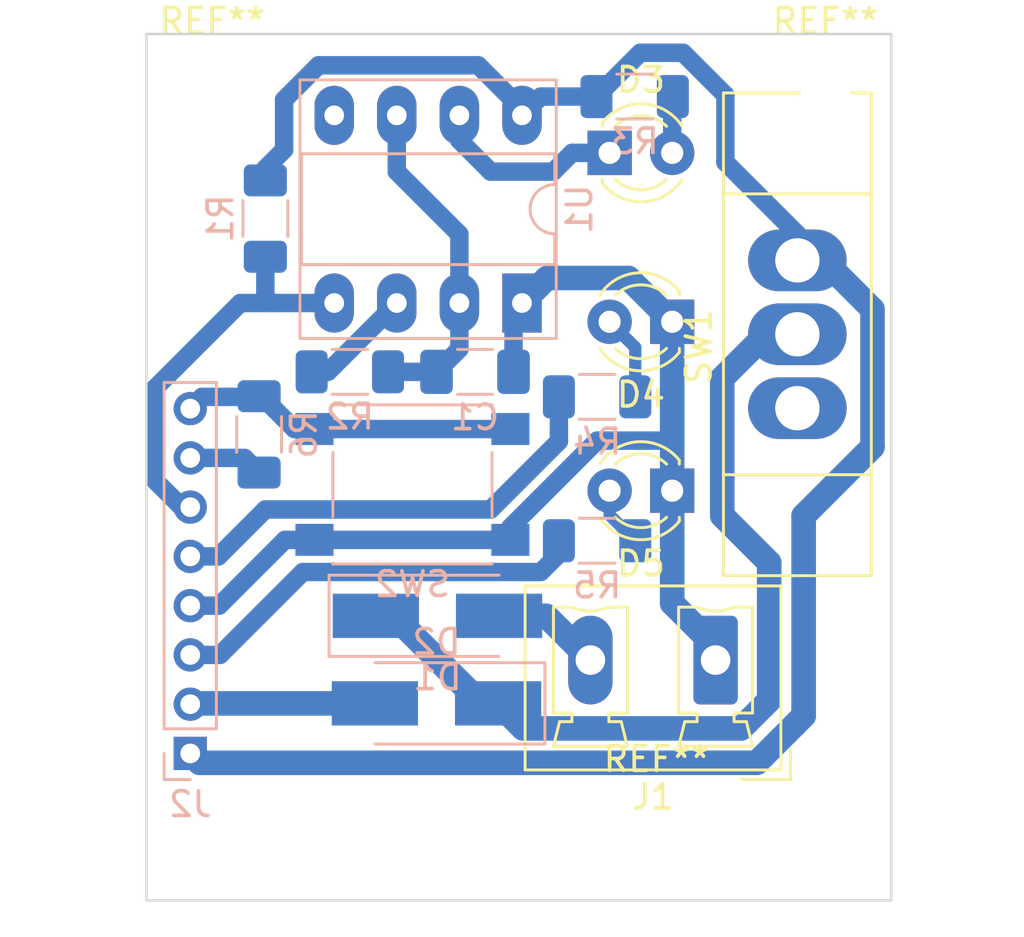
<source format=kicad_pcb>
(kicad_pcb (version 20211014) (generator pcbnew)
  (layers (0 "F.Cu" signal) (31 "B.Cu" signal) (34 "B.Paste" user) (35 "F.Paste" user) (36 "B.SilkS" user "B.Silkscreen") (37 "F.SilkS" user "F.Silkscreen") (38 "B.Mask" user) (39 "F.Mask" user) (44 "Edge.Cuts" user))
  (net 0 "")
  (net 1 "Net-(C1-Pad1)")
  (net 2 "GND")
  (net 3 "Net-(D1-Pad1)")
  (net 4 "Net-(D1-Pad2)")
  (net 5 "/Batt+")
  (net 6 "/DIS")
  (net 7 "Net-(D3-Pad2)")
  (net 8 "Net-(D4-Pad2)")
  (net 9 "Net-(D5-Pad2)")
  (net 10 "+12V")
  (net 11 "/Boot_LED")
  (net 12 "/GPS_LED")
  (net 13 "/Network_LED")
  (net 14 "Net-(R2-Pad1)")
  (net 17 "Net-(J2-Pad7)")
  (net 18 "Net-(J2-Pad8)")
  (footprint "LED_THT:LED_D3.0mm" (layer "F.Cu") (at 185.42 87.122 180)
    (fp_text reference "D5" (at 1.27 -2.96 180) (layer "F.SilkS"))
    (fp_text value "Network_LED")
    (fp_line (start -0.29 -1.236) (end -0.29 -1.08) (layer "F.SilkS") (width 0.12))
    (fp_line (start -0.29 1.08) (end -0.29 1.236) (layer "F.SilkS") (width 0.12))
    (fp_arc (start -0.29 -1.235516) (mid 1.366487 -1.987659) (end 2.942335 -1.078608) (layer "F.SilkS") (width 0.12))
    (fp_arc (start 2.942335 1.078608) (mid 1.366487 1.987659) (end -0.29 1.235516) (layer "F.SilkS") (width 0.12))
    (fp_arc (start 2.31113 1.079837) (mid 1.270117 1.5) (end 0.229039 1.08) (layer "F.SilkS") (width 0.12))
    (fp_arc (start 0.229039 -1.08) (mid 1.270117 -1.5) (end 2.31113 -1.079837) (layer "F.SilkS") (width 0.12))
    (pad "1" thru_hole rect (at 0 0 180) (size 1.8 1.8) (drill 0.9) (layers *.Cu *.Mask) (net 2 "GND"))
    (pad "2" thru_hole circle (at 2.54 0 180) (size 1.8 1.8) (drill 0.9) (layers *.Cu *.Mask) (net 9 "Net-(D5-Pad2)"))
  )
  (footprint "MountingHole:MountingHole_2.1mm" (layer "F.Cu") (at 191.643 71.247)
    (fp_text reference "REF**" (at 0 -3.2) (layer "F.SilkS"))
    (fp_text value "MountingHole_2.1mm")
    (pad "" np_thru_hole circle (at 0 0) (size 2.1 2.1) (drill 2.1) (layers *.Cu *.Mask))
  )
  (footprint "MountingHole:MountingHole_2.1mm" (layer "F.Cu") (at 166.751 71.247)
    (fp_text reference "REF**" (at 0 -3.2) (layer "F.SilkS"))
    (fp_text value "MountingHole_2.1mm")
    (pad "" np_thru_hole circle (at 0 0) (size 2.1 2.1) (drill 2.1) (layers *.Cu *.Mask))
  )
  (footprint "MountingHole:MountingHole_2.1mm" (layer "F.Cu") (at 184.785 101.219)
    (fp_text reference "REF**" (at 0 -3.2) (layer "F.SilkS"))
    (fp_text value "MountingHole_2.1mm")
    (pad "" np_thru_hole circle (at 0 0) (size 2.1 2.1) (drill 2.1) (layers *.Cu *.Mask))
  )
  (footprint "footprints:slide_switch" (layer "F.Cu") (at 190.5 80.772 90)
    (property "Reference" "SW1")
    (property "Value" "Ein/Aus")
    (fp_text reference "SW1" (at -0.5 -4 90) (layer "F.SilkS"))
    (fp_text value "Ein/Aus")
    (fp_line (start -9.8 3) (end -9.8 -3) (layer "F.SilkS") (width 0.12))
    (fp_line (start 9.8 -3) (end 9.8 3) (layer "F.SilkS") (width 0.12))
    (fp_line (start 5.7 -3) (end 5.7 3) (layer "F.SilkS") (width 0.12))
    (fp_line (start 9.8 3) (end -9.8 3) (layer "F.SilkS") (width 0.12))
    (fp_line (start -5.7 -3) (end -5.7 3) (layer "F.SilkS") (width 0.12))
    (fp_line (start -9.8 -3) (end 9.8 -3) (layer "F.SilkS") (width 0.12))
    (pad "1" thru_hole oval (at -3 0 90) (size 2.5 4) (drill 1.8) (layers *.Cu *.Mask))
    (pad "2" thru_hole oval (at 0 0 90) (size 2.5 4) (drill 1.8) (layers *.Cu *.Mask) (net 3 "Net-(D1-Pad1)"))
    (pad "3" thru_hole oval (at 3 0 90) (size 2.5 4) (drill 1.8) (layers *.Cu *.Mask) (net 10 "+12V"))
  )
  (footprint "LED_THT:LED_D3.0mm" (layer "F.Cu") (at 185.42 80.264 180)
    (property "Reference" "D4")
    (property "Value" "GPS_LED")
    (fp_text reference "D4" (at 1.27 -2.96 180) (layer "F.SilkS"))
    (fp_text value "GPS_LED")
    (fp_line (start -0.29 -1.236) (end -0.29 -1.08) (layer "F.SilkS") (width 0.12))
    (fp_line (start -0.29 1.08) (end -0.29 1.236) (layer "F.SilkS") (width 0.12))
    (fp_arc (start -0.29 -1.235516) (mid 1.366487 -1.987659) (end 2.942335 -1.078608) (layer "F.SilkS") (width 0.12))
    (fp_arc (start 2.31113 1.079837) (mid 1.270117 1.5) (end 0.229039 1.08) (layer "F.SilkS") (width 0.12))
    (fp_arc (start 2.942335 1.078608) (mid 1.366487 1.987659) (end -0.29 1.235516) (layer "F.SilkS") (width 0.12))
    (fp_arc (start 0.229039 -1.08) (mid 1.270117 -1.5) (end 2.31113 -1.079837) (layer "F.SilkS") (width 0.12))
    (pad "1" thru_hole rect (at 0 0 180) (size 1.8 1.8) (drill 0.9) (layers *.Cu *.Mask) (net 2 "GND"))
    (pad "2" thru_hole circle (at 2.54 0 180) (size 1.8 1.8) (drill 0.9) (layers *.Cu *.Mask) (net 8 "Net-(D4-Pad2)"))
  )
  (footprint "LED_THT:LED_D3.0mm" (layer "F.Cu") (at 182.88 73.406)
    (fp_text reference "D3" (at 1.27 -2.96) (layer "F.SilkS"))
    (fp_text value "Boot_LED")
    (fp_line (start -0.29 -1.236) (end -0.29 -1.08) (layer "F.SilkS") (width 0.12))
    (fp_line (start -0.29 1.08) (end -0.29 1.236) (layer "F.SilkS") (width 0.12))
    (fp_arc (start -0.29 -1.235516) (mid 1.366487 -1.987659) (end 2.942335 -1.078608) (layer "F.SilkS") (width 0.12))
    (fp_arc (start 0.229039 -1.08) (mid 1.270117 -1.5) (end 2.31113 -1.079837) (layer "F.SilkS") (width 0.12))
    (fp_arc (start 2.942335 1.078608) (mid 1.366487 1.987659) (end -0.29 1.235516) (layer "F.SilkS") (width 0.12))
    (fp_arc (start 2.31113 1.079837) (mid 1.270117 1.5) (end 0.229039 1.08) (layer "F.SilkS") (width 0.12))
    (pad "1" thru_hole rect (at 0 0) (size 1.8 1.8) (drill 0.9) (layers *.Cu *.Mask) (net 6 "/DIS"))
    (pad "2" thru_hole circle (at 2.54 0) (size 1.8 1.8) (drill 0.9) (layers *.Cu *.Mask) (net 7 "Net-(D3-Pad2)"))
  )
  (footprint "Connector_Phoenix_MC_HighVoltage:PhoenixContact_MCV_1,5_2-G-5.08_1x02_P5.08mm_Vertical" (layer "F.Cu") (at 187.1805 93.9995 180)
    (property "Reference" "J1")
    (property "Value" "Power Supply")
    (fp_text reference "J1" (at 2.54 -5.55 180) (layer "F.SilkS"))
    (fp_text value "Power Supply")
    (fp_line (start -1.5 -3.5) (end 1.5 -3.5) (layer "F.SilkS") (width 0.12))
    (fp_line (start -0.75 2.15) (end -1.5 2.15) (layer "F.SilkS") (width 0.12))
    (fp_line (start 6.33 -2.5) (end 5.83 -2.5) (layer "F.SilkS") (width 0.12))
    (fp_line (start -3.04 -3.6) (end -3.04 -4.85) (layer "F.SilkS") (width 0.12))
    (fp_line (start 3.83 -2.5) (end 3.58 -3.5) (layer "F.SilkS") (width 0.12))
    (fp_line (start 1.25 -2.5) (end 0.75 -2.5) (layer "F.SilkS") (width 0.12))
    (fp_line (start -0.75 -2.5) (end -1.25 -2.5) (layer "F.SilkS") (width 0.12))
    (fp_line (start -0.75 -2.15) (end -0.75 -2.5) (layer "F.SilkS") (width 0.12))
    (fp_line (start 1.5 -3.5) (end 1.25 -2.5) (layer "F.SilkS") (width 0.12))
    (fp_line (start 0.75 -2.15) (end 1.5 -2.15) (layer "F.SilkS") (width 0.12))
    (fp_line (start 5.83 -2.15) (end 6.58 -2.15) (layer "F.SilkS") (width 0.12))
    (fp_line (start -1.5 -2.15) (end -0.75 -2.15) (layer "F.SilkS") (width 0.12))
    (fp_line (start 6.58 -3.5) (end 6.33 -2.5) (layer "F.SilkS") (width 0.12))
    (fp_line (start 3.58 2.15) (end 3.58 -2.15) (layer "F.SilkS") (width 0.12))
    (fp_line (start -3.04 -4.85) (end -1.04 -4.85) (layer "F.SilkS") (width 0.12))
    (fp_line (start -2.65 3.01) (end 7.73 3.01) (layer "F.SilkS") (width 0.12))
    (fp_line (start 3.58 -3.5) (end 6.58 -3.5) (layer "F.SilkS") (width 0.12))
    (fp_line (start 1.5 -2.15) (end 1.5 2.15) (layer "F.SilkS") (width 0.12))
    (fp_line (start -2.65 -4.46) (end -2.65 3.01) (layer "F.SilkS") (width 0.12))
    (fp_line (start 6.58 -2.15) (end 6.58 2.15) (layer "F.SilkS") (width 0.12))
    (fp_line (start 7.73 -4.46) (end -2.65 -4.46) (layer "F.SilkS") (width 0.12))
    (fp_line (start -1.25 -2.5) (end -1.5 -3.5) (layer "F.SilkS") (width 0.12))
    (fp_line (start 7.73 3.01) (end 7.73 -4.46) (layer "F.SilkS") (width 0.12))
    (fp_line (start 1.5 2.15) (end 0.75 2.15) (layer "F.SilkS") (width 0.12))
    (fp_line (start -1.5 2.15) (end -1.5 -2.15) (layer "F.SilkS") (width 0.12))
    (fp_line (start 6.58 2.15) (end 5.83 2.15) (layer "F.SilkS") (width 0.12))
    (fp_line (start 0.75 -2.5) (end 0.75 -2.15) (layer "F.SilkS") (width 0.12))
    (fp_line (start 4.33 -2.15) (end 4.33 -2.5) (layer "F.SilkS") (width 0.12))
    (fp_line (start 3.58 -2.15) (end 4.33 -2.15) (layer "F.SilkS") (width 0.12))
    (fp_line (start 4.33 -2.5) (end 3.83 -2.5) (layer "F.SilkS") (width 0.12))
    (fp_line (start 5.83 -2.5) (end 5.83 -2.15) (layer "F.SilkS") (width 0.12))
    (fp_line (start 4.33 2.15) (end 3.58 2.15) (layer "F.SilkS") (width 0.12))
    (fp_arc (start -0.75 2.15) (mid -0.000193 1.99191) (end 0.749647 2.149844) (layer "F.SilkS") (width 0.12))
    (fp_arc (start 4.33 2.15) (mid 5.079807 1.99191) (end 5.829647 2.149844) (layer "F.SilkS") (width 0.12))
    (pad "1" thru_hole roundrect (at 0 0 180) (size 1.8 3.6) (drill 1.2) (layers *.Cu *.Mask) (roundrect_rratio 0.1388888889) (net 2 "GND"))
    (pad "2" thru_hole oval (at 5.08 0 180) (size 1.8 3.6) (drill 1.2) (layers *.Cu *.Mask) (net 4 "Net-(D1-Pad2)"))
  )
  (footprint "Resistor_SMD:R_1206_3216Metric_Pad1.30x1.75mm_HandSolder" (layer "B.Cu") (at 172.339 82.296)
    (property "Reference" "R2")
    (property "Value" "68k")
    (fp_text reference "R2" (at 0 1.82 180) (layer "B.SilkS") (effects (justify mirror)))
    (fp_text value "68k")
    (fp_line (start -0.727064 -0.91) (end 0.727064 -0.91) (layer "B.SilkS") (width 0.12))
    (fp_line (start -0.727064 0.91) (end 0.727064 0.91) (layer "B.SilkS") (width 0.12))
    (pad "1" smd roundrect (at -1.55 0) (size 1.3 1.75) (layers "B.Cu" "B.Paste" "B.Mask") (roundrect_rratio 0.1923076923) (net 14 "Net-(R2-Pad1)"))
    (pad "2" smd roundrect (at 1.55 0) (size 1.3 1.75) (layers "B.Cu" "B.Paste" "B.Mask") (roundrect_rratio 0.1923076923) (net 1 "Net-(C1-Pad1)"))
  )
  (footprint "Diode_SMD:D_SMA_Handsoldering" (layer "B.Cu") (at 175.855 95.758 180)
    (property "Reference" "D2")
    (property "Value" "D_Schottky")
    (fp_text reference "D2" (at 0 2.5) (layer "B.SilkS") (effects (justify mirror)))
    (fp_text value "D_Schottky")
    (fp_line (start -4.4 1.65) (end 2.5 1.65) (layer "B.SilkS") (width 0.12))
    (fp_line (start -4.4 -1.65) (end 2.5 -1.65) (layer "B.SilkS") (width 0.12))
    (fp_line (start -4.4 1.65) (end -4.4 -1.65) (layer "B.SilkS") (width 0.12))
    (pad "1" smd rect (at -2.5 0 180) (size 3.5 1.8) (layers "B.Cu" "B.Paste" "B.Mask") (net 3 "Net-(D1-Pad1)"))
    (pad "2" smd rect (at 2.5 0 180) (size 3.5 1.8) (layers "B.Cu" "B.Paste" "B.Mask") (net 5 "/Batt+"))
  )
  (footprint "Package_DIP:DIP-8_W7.62mm_Socket_LongPads" (layer "B.Cu") (at 179.324 79.502 90)
    (property "Reference" "U1")
    (property "Value" "LM555xM")
    (fp_text reference "U1" (at 3.81 2.33 90) (layer "B.SilkS") (effects (justify mirror)))
    (fp_text value "LM555xM")
    (fp_line (start -1.44 1.39) (end -1.44 -9.01) (layer "B.SilkS") (width 0.12))
    (fp_line (start 6.06 1.33) (end 4.81 1.33) (layer "B.SilkS") (width 0.12))
    (fp_line (start 2.81 1.33) (end 1.56 1.33) (layer "B.SilkS") (width 0.12))
    (fp_line (start 1.56 1.33) (end 1.56 -8.95) (layer "B.SilkS") (width 0.12))
    (fp_line (start -1.44 -9.01) (end 9.06 -9.01) (layer "B.SilkS") (width 0.12))
    (fp_line (start 1.56 -8.95) (end 6.06 -8.95) (layer "B.SilkS") (width 0.12))
    (fp_line (start 9.06 1.39) (end -1.44 1.39) (layer "B.SilkS") (width 0.12))
    (fp_line (start 6.06 -8.95) (end 6.06 1.33) (layer "B.SilkS") (width 0.12))
    (fp_line (start 9.06 -9.01) (end 9.06 1.39) (layer "B.SilkS") (width 0.12))
    (fp_arc (start 2.81 1.33) (mid 3.81 0.33) (end 4.81 1.33) (layer "B.SilkS") (width 0.12))
    (pad "1" thru_hole rect (at 0 0 90) (size 2.4 1.6) (drill 0.8) (layers *.Cu *.Mask) (net 2 "GND"))
    (pad "2" thru_hole oval (at 0 -2.54 90) (size 2.4 1.6) (drill 0.8) (layers *.Cu *.Mask) (net 1 "Net-(C1-Pad1)"))
    (pad "3" thru_hole oval (at 0 -5.08 90) (size 2.4 1.6) (drill 0.8) (layers *.Cu *.Mask) (net 14 "Net-(R2-Pad1)"))
    (pad "4" thru_hole oval (at 0 -7.62 90) (size 2.4 1.6) (drill 0.8) (layers *.Cu *.Mask) (net 11 "/Boot_LED"))
    (pad "5" thru_hole oval (at 7.62 -7.62 90) (size 2.4 1.6) (drill 0.8) (layers *.Cu *.Mask))
    (pad "6" thru_hole oval (at 7.62 -5.08 90) (size 2.4 1.6) (drill 0.8) (layers *.Cu *.Mask) (net 1 "Net-(C1-Pad1)"))
    (pad "7" thru_hole oval (at 7.62 -2.54 90) (size 2.4 1.6) (drill 0.8) (layers *.Cu *.Mask) (net 6 "/DIS"))
    (pad "8" thru_hole oval (at 7.62 0 90) (size 2.4 1.6) (drill 0.8) (layers *.Cu *.Mask) (net 10 "+12V"))
  )
  (footprint "Capacitor_SMD:C_1206_3216Metric_Pad1.33x1.80mm_HandSolder" (layer "B.Cu") (at 177.419 82.296)
    (property "Reference" "C1")
    (property "Value" "10u")
    (fp_text reference "C1" (at 0 1.85 180) (layer "B.SilkS") (effects (justify mirror)))
    (fp_text value "10u")
    (fp_line (start -0.711252 -0.91) (end 0.711252 -0.91) (layer "B.SilkS") (width 0.12))
    (fp_line (start -0.711252 0.91) (end 0.711252 0.91) (layer "B.SilkS") (width 0.12))
    (pad "1" smd roundrect (at -1.5625 0) (size 1.325 1.8) (layers "B.Cu" "B.Paste" "B.Mask") (roundrect_rratio 0.1886792453) (net 1 "Net-(C1-Pad1)"))
    (pad "2" smd roundrect (at 1.5625 0) (size 1.325 1.8) (layers "B.Cu" "B.Paste" "B.Mask") (roundrect_rratio 0.1886792453) (net 2 "GND"))
  )
  (footprint "Resistor_SMD:R_1206_3216Metric_Pad1.30x1.75mm_HandSolder" (layer "B.Cu") (at 183.896 71.12)
    (fp_text reference "R3" (at 0 1.82 180) (layer "B.SilkS") (effects (justify mirror)))
    (fp_text value "820")
    (fp_line (start -0.727064 0.91) (end 0.727064 0.91) (layer "B.SilkS") (width 0.12))
    (fp_line (start -0.727064 -0.91) (end 0.727064 -0.91) (layer "B.SilkS") (width 0.12))
    (pad "1" smd roundrect (at -1.55 0) (size 1.3 1.75) (layers "B.Cu" "B.Paste" "B.Mask") (roundrect_rratio 0.1923076923) (net 10 "+12V"))
    (pad "2" smd roundrect (at 1.55 0) (size 1.3 1.75) (layers "B.Cu" "B.Paste" "B.Mask") (roundrect_rratio 0.1923076923) (net 7 "Net-(D3-Pad2)"))
  )
  (footprint "Resistor_SMD:R_1206_3216Metric_Pad1.30x1.75mm_HandSolder" (layer "B.Cu") (at 182.372 89.154)
    (fp_text reference "R5" (at 0 1.82) (layer "B.SilkS") (effects (justify mirror)))
    (fp_text value "220")
    (fp_line (start -0.727064 0.91) (end 0.727064 0.91) (layer "B.SilkS") (width 0.12))
    (fp_line (start -0.727064 -0.91) (end 0.727064 -0.91) (layer "B.SilkS") (width 0.12))
    (pad "1" smd roundrect (at -1.55 0) (size 1.3 1.75) (layers "B.Cu" "B.Paste" "B.Mask") (roundrect_rratio 0.1923076923) (net 13 "/Network_LED"))
    (pad "2" smd roundrect (at 1.55 0) (size 1.3 1.75) (layers "B.Cu" "B.Paste" "B.Mask") (roundrect_rratio 0.1923076923) (net 9 "Net-(D5-Pad2)"))
  )
  (footprint "Connector_PinHeader_2.00mm:PinHeader_1x08_P2.00mm_Vertical" (layer "B.Cu") (at 165.862 97.79)
    (fp_text reference "J2" (at 0 2.06 180) (layer "B.SilkS") (effects (justify mirror)))
    (fp_text value "Conn_01x08_Female")
    (fp_line (start -1.06 -1) (end 1.06 -1) (layer "B.SilkS") (width 0.12))
    (fp_line (start -1.06 0) (end -1.06 1.06) (layer "B.SilkS") (width 0.12))
    (fp_line (start -1.06 -15.06) (end 1.06 -15.06) (layer "B.SilkS") (width 0.12))
    (fp_line (start 1.06 -1) (end 1.06 -15.06) (layer "B.SilkS") (width 0.12))
    (fp_line (start -1.06 -1) (end -1.06 -15.06) (layer "B.SilkS") (width 0.12))
    (fp_line (start -1.06 1.06) (end 0 1.06) (layer "B.SilkS") (width 0.12))
    (pad "1" thru_hole rect (at 0 0) (size 1.35 1.35) (drill 0.8) (layers *.Cu *.Mask) (net 10 "+12V"))
    (pad "2" thru_hole oval (at 0 -2) (size 1.35 1.35) (drill 0.8) (layers *.Cu *.Mask) (net 5 "/Batt+"))
    (pad "3" thru_hole oval (at 0 -4) (size 1.35 1.35) (drill 0.8) (layers *.Cu *.Mask) (net 13 "/Network_LED"))
    (pad "4" thru_hole oval (at 0 -6) (size 1.35 1.35) (drill 0.8) (layers *.Cu *.Mask) (net 2 "GND"))
    (pad "5" thru_hole oval (at 0 -8) (size 1.35 1.35) (drill 0.8) (layers *.Cu *.Mask) (net 12 "/GPS_LED"))
    (pad "6" thru_hole oval (at 0 -10) (size 1.35 1.35) (drill 0.8) (layers *.Cu *.Mask) (net 11 "/Boot_LED"))
    (pad "7" thru_hole oval (at 0 -12) (size 1.35 1.35) (drill 0.8) (layers *.Cu *.Mask) (net 17 "Net-(J2-Pad7)"))
    (pad "8" thru_hole oval (at 0 -14) (size 1.35 1.35) (drill 0.8) (layers *.Cu *.Mask) (net 18 "Net-(J2-Pad8)"))
  )
  (footprint "Resistor_SMD:R_1206_3216Metric_Pad1.30x1.75mm_HandSolder" (layer "B.Cu") (at 168.91 76.073 -90)
    (fp_text reference "R1" (at 0 1.82 90) (layer "B.SilkS") (effects (justify mirror)))
    (fp_text value "10k")
    (fp_line (start -0.727064 0.91) (end 0.727064 0.91) (layer "B.SilkS") (width 0.12))
    (fp_line (start -0.727064 -0.91) (end 0.727064 -0.91) (layer "B.SilkS") (width 0.12))
    (pad "1" smd roundrect (at -1.55 0 270) (size 1.3 1.75) (layers "B.Cu" "B.Paste" "B.Mask") (roundrect_rratio 0.1923076923) (net 10 "+12V"))
    (pad "2" smd roundrect (at 1.55 0 270) (size 1.3 1.75) (layers "B.Cu" "B.Paste" "B.Mask") (roundrect_rratio 0.1923076923) (net 11 "/Boot_LED"))
  )
  (footprint "Button_Switch_SMD:SW_Push_1P1T_NO_6x6mm_H9.5mm" (layer "B.Cu") (at 174.879 86.868)
    (fp_text reference "SW2" (at 0 4.05) (layer "B.SilkS") (effects (justify mirror)))
    (fp_text value "Fallschirm schließen")
    (fp_line (start -3.23 1.3) (end -3.23 -1.3) (layer "B.SilkS") (width 0.12))
    (fp_line (start -3.23 3.2) (end -3.23 3.23) (layer "B.SilkS") (width 0.12))
    (fp_line (start -3.23 -3.23) (end -3.23 -3.2) (layer "B.SilkS") (width 0.12))
    (fp_line (start 3.23 1.3) (end 3.23 -1.3) (layer "B.SilkS") (width 0.12))
    (fp_line (start 3.23 3.23) (end 3.23 3.2) (layer "B.SilkS") (width 0.12))
    (fp_line (start 3.23 -3.23) (end 3.23 -3.2) (layer "B.SilkS") (width 0.12))
    (fp_line (start -3.23 -3.23) (end 3.23 -3.23) (layer "B.SilkS") (width 0.12))
    (fp_line (start -3.23 3.23) (end 3.23 3.23) (layer "B.SilkS") (width 0.12))
    (pad "1" smd rect (at -3.975 2.25) (size 1.55 1.3) (layers "B.Cu" "B.Paste" "B.Mask") (net 2 "GND"))
    (pad "1" smd rect (at 3.975 2.25) (size 1.55 1.3) (layers "B.Cu" "B.Paste" "B.Mask") (net 2 "GND"))
    (pad "2" smd rect (at -3.975 -2.25) (size 1.55 1.3) (layers "B.Cu" "B.Paste" "B.Mask") (net 18 "Net-(J2-Pad8)"))
    (pad "2" smd rect (at 3.975 -2.25) (size 1.55 1.3) (layers "B.Cu" "B.Paste" "B.Mask") (net 18 "Net-(J2-Pad8)"))
  )
  (footprint "Resistor_SMD:R_1206_3216Metric_Pad1.30x1.75mm_HandSolder" (layer "B.Cu") (at 168.656 84.836 90)
    (fp_text reference "R6" (at 0 1.82 270) (layer "B.SilkS") (effects (justify mirror)))
    (fp_text value "10k")
    (fp_line (start -0.727064 0.91) (end 0.727064 0.91) (layer "B.SilkS") (width 0.12))
    (fp_line (start -0.727064 -0.91) (end 0.727064 -0.91) (layer "B.SilkS") (width 0.12))
    (pad "1" smd roundrect (at -1.55 0 90) (size 1.3 1.75) (layers "B.Cu" "B.Paste" "B.Mask") (roundrect_rratio 0.1923076923) (net 17 "Net-(J2-Pad7)"))
    (pad "2" smd roundrect (at 1.55 0 90) (size 1.3 1.75) (layers "B.Cu" "B.Paste" "B.Mask") (roundrect_rratio 0.1923076923) (net 18 "Net-(J2-Pad8)"))
  )
  (footprint "Resistor_SMD:R_1206_3216Metric_Pad1.30x1.75mm_HandSolder" (layer "B.Cu") (at 182.372 83.312)
    (property "Reference" "R4")
    (property "Value" "680")
    (fp_text reference "R4" (at 0 1.82) (layer "B.SilkS") (effects (justify mirror)))
    (fp_text value "680")
    (fp_line (start -0.727064 0.91) (end 0.727064 0.91) (layer "B.SilkS") (width 0.12))
    (fp_line (start -0.727064 -0.91) (end 0.727064 -0.91) (layer "B.SilkS") (width 0.12))
    (pad "1" smd roundrect (at -1.55 0) (size 1.3 1.75) (layers "B.Cu" "B.Paste" "B.Mask") (roundrect_rratio 0.1923076923) (net 12 "/GPS_LED"))
    (pad "2" smd roundrect (at 1.55 0) (size 1.3 1.75) (layers "B.Cu" "B.Paste" "B.Mask") (roundrect_rratio 0.1923076923) (net 8 "Net-(D4-Pad2)"))
  )
  (footprint "Diode_SMD:D_SMA_Handsoldering" (layer "B.Cu") (at 175.895 92.202)
    (property "Reference" "D1")
    (property "Value" "D_Schottky")
    (fp_text reference "D1" (at 0 2.5) (layer "B.SilkS") (effects (justify mirror)))
    (fp_text value "D_Schottky")
    (fp_line (start -4.4 1.65) (end -4.4 -1.65) (layer "B.SilkS") (width 0.12))
    (fp_line (start -4.4 -1.65) (end 2.5 -1.65) (layer "B.SilkS") (width 0.12))
    (fp_line (start -4.4 1.65) (end 2.5 1.65) (layer "B.SilkS") (width 0.12))
    (pad "1" smd rect (at -2.5 0) (size 3.5 1.8) (layers "B.Cu" "B.Paste" "B.Mask") (net 3 "Net-(D1-Pad1)"))
    (pad "2" smd rect (at 2.5 0) (size 3.5 1.8) (layers "B.Cu" "B.Paste" "B.Mask") (net 4 "Net-(D1-Pad2)"))
  )
  (gr_rect (start 164.084 68.58) (end 194.31 103.759) (layer "Edge.Cuts") (width 0.1) (fill none))
  (segment (start 175.8565 82.296) (end 176.784 81.3685) (width 0.75) (layer "B.Cu") (net 1))
  (segment (start 176.784 81.3685) (end 176.784 79.502) (width 0.75) (layer "B.Cu") (net 1))
  (segment (start 176.784 76.708) (end 176.784 79.502) (width 0.75) (layer "B.Cu") (net 1))
  (segment (start 174.244 71.882) (end 174.244 74.168) (width 0.75) (layer "B.Cu") (net 1))
  (segment (start 174.244 74.168) (end 176.784 76.708) (width 0.75) (layer "B.Cu") (net 1))
  (segment (start 173.889 82.296) (end 175.8565 82.296) (width 0.75) (layer "B.Cu") (net 1))
  (segment (start 185.42 85.09) (end 185.42 87.122) (width 1) (layer "B.Cu") (net 2))
  (segment (start 178.9815 82.296) (end 178.9815 79.8445) (width 0.75) (layer "B.Cu") (net 2))
  (segment (start 169.708 89.118) (end 170.904 89.118) (width 0.75) (layer "B.Cu") (net 2))
  (segment (start 187.1805 93.4545) (end 185.42 91.694) (width 1) (layer "B.Cu") (net 2))
  (segment (start 178.854 88.608) (end 182.372 85.09) (width 0.75) (layer "B.Cu") (net 2))
  (segment (start 179.324 78.994) (end 179.324 79.502) (width 1) (layer "B.Cu") (net 2))
  (segment (start 178.854 89.118) (end 178.854 88.608) (width 0.75) (layer "B.Cu") (net 2))
  (segment (start 179.334 78.984) (end 179.324 78.994) (width 1) (layer "B.Cu") (net 2))
  (segment (start 185.42 90.932) (end 185.42 87.122) (width 1) (layer "B.Cu") (net 2))
  (segment (start 185.42 80.264) (end 185.42 85.09) (width 1) (layer "B.Cu") (net 2))
  (segment (start 178.9815 79.8445) (end 179.324 79.502) (width 0.75) (layer "B.Cu") (net 2))
  (segment (start 185.42 80.264) (end 183.642 78.486) (width 1) (layer "B.Cu") (net 2))
  (segment (start 182.372 85.09) (end 185.42 85.09) (width 0.75) (layer "B.Cu") (net 2))
  (segment (start 183.642 78.486) (end 180.34 78.486) (width 1) (layer "B.Cu") (net 2))
  (segment (start 185.42 91.694) (end 185.42 90.932) (width 1) (layer "B.Cu") (net 2))
  (segment (start 180.34 78.486) (end 179.324 79.502) (width 1) (layer "B.Cu") (net 2))
  (segment (start 165.862 91.79) (end 167.036 91.79) (width 0.75) (layer "B.Cu") (net 2))
  (segment (start 170.904 89.118) (end 178.854 89.118) (width 0.75) (layer "B.Cu") (net 2))
  (segment (start 167.036 91.79) (end 169.708 89.118) (width 0.75) (layer "B.Cu") (net 2))
  (segment (start 187.1805 93.9995) (end 187.1805 93.4545) (width 1) (layer "B.Cu") (net 2))
  (segment (start 188.214 96.774) (end 189.357 95.631) (width 1) (layer "B.Cu") (net 3))
  (segment (start 187.452 82.55) (end 189.23 80.772) (width 1) (layer "B.Cu") (net 3))
  (segment (start 177.673 95.758) (end 178.355 95.758) (width 1) (layer "B.Cu") (net 3))
  (segment (start 189.357 90.043) (end 187.452 88.138) (width 1) (layer "B.Cu") (net 3))
  (segment (start 178.355 95.758) (end 179.371 96.774) (width 1) (layer "B.Cu") (net 3))
  (segment (start 179.371 96.774) (end 188.214 96.774) (width 1) (layer "B.Cu") (net 3))
  (segment (start 189.23 80.772) (end 190.5 80.772) (width 1) (layer "B.Cu") (net 3))
  (segment (start 189.357 95.631) (end 189.357 90.043) (width 1) (layer "B.Cu") (net 3))
  (segment (start 187.452 88.138) (end 187.452 82.55) (width 1) (layer "B.Cu") (net 3))
  (segment (start 174.117 92.202) (end 177.673 95.758) (width 1) (layer "B.Cu") (net 3))
  (segment (start 173.395 92.202) (end 174.117 92.202) (width 1) (layer "B.Cu") (net 3))
  (segment (start 178.395 92.202) (end 180.303 92.202) (width 1) (layer "B.Cu") (net 4))
  (segment (start 180.303 92.202) (end 182.1005 93.9995) (width 1) (layer "B.Cu") (net 4))
  (segment (start 173.355 95.758) (end 165.894 95.758) (width 1) (layer "B.Cu") (net 5))
  (segment (start 165.894 95.758) (end 165.862 95.79) (width 1) (layer "B.Cu") (net 5))
  (segment (start 181.356 73.406) (end 180.594 74.168) (width 0.75) (layer "B.Cu") (net 6))
  (segment (start 182.88 73.406) (end 181.356 73.406) (width 0.75) (layer "B.Cu") (net 6))
  (segment (start 176.784 72.898) (end 176.784 71.882) (width 0.75) (layer "B.Cu") (net 6))
  (segment (start 180.594 74.168) (end 178.054 74.168) (width 0.75) (layer "B.Cu") (net 6))
  (segment (start 176.784 72.644) (end 176.784 71.882) (width 0.5) (layer "B.Cu") (net 6))
  (segment (start 178.054 74.168) (end 176.784 72.898) (width 0.75) (layer "B.Cu") (net 6))
  (segment (start 185.42 73.406) (end 185.42 71.146) (width 0.75) (layer "B.Cu") (net 7))
  (segment (start 183.922 81.306) (end 182.88 80.264) (width 0.5) (layer "B.Cu") (net 8))
  (segment (start 183.922 83.312) (end 183.922 81.306) (width 0.5) (layer "B.Cu") (net 8))
  (segment (start 182.88 87.122) (end 182.88 88.112) (width 0.5) (layer "B.Cu") (net 9))
  (segment (start 182.88 88.112) (end 183.922 89.154) (width 0.5) (layer "B.Cu") (net 9))
  (segment (start 184.124 69.342) (end 185.859726 69.342) (width 0.75) (layer "B.Cu") (net 10))
  (segment (start 169.672 71.247) (end 171.069 69.85) (width 0.75) (layer "B.Cu") (net 10))
  (segment (start 187.579 73.787) (end 190.5 76.708) (width 0.75) (layer "B.Cu") (net 10))
  (segment (start 182.346 71.12) (end 180.086 71.12) (width 0.75) (layer "B.Cu") (net 10))
  (segment (start 188.849 98.171) (end 166.243 98.171) (width 1) (layer "B.Cu") (net 10))
  (segment (start 182.346 71.12) (end 184.124 69.342) (width 0.75) (layer "B.Cu") (net 10))
  (segment (start 193.548 79.756) (end 193.548 85.344) (width 1) (layer "B.Cu") (net 10))
  (segment (start 166.243 98.171) (end 165.862 97.79) (width 1) (layer "B.Cu") (net 10))
  (segment (start 190.5 77.772) (end 191.564 77.772) (width 1) (layer "B.Cu") (net 10))
  (segment (start 169.672 73.279) (end 169.672 71.247) (width 0.75) (layer "B.Cu") (net 10))
  (segment (start 179.324 71.628) (end 179.324 71.882) (width 0.75) (layer "B.Cu") (net 10))
  (segment (start 168.91 74.523) (end 168.91 74.041) (width 0.75) (layer "B.Cu") (net 10))
  (segment (start 193.548 85.344) (end 190.754 88.138) (width 1) (layer "B.Cu") (net 10))
  (segment (start 190.754 96.266) (end 188.849 98.171) (width 1) (layer "B.Cu") (net 10))
  (segment (start 190.5 76.708) (end 190.5 77.772) (width 0.75) (layer "B.Cu") (net 10))
  (segment (start 171.069 69.85) (end 177.546 69.85) (width 0.75) (layer "B.Cu") (net 10))
  (segment (start 180.086 71.12) (end 179.324 71.882) (width 0.75) (layer "B.Cu") (net 10))
  (segment (start 190.754 88.138) (end 190.754 96.266) (width 1) (layer "B.Cu") (net 10))
  (segment (start 168.91 74.041) (end 169.672 73.279) (width 0.75) (layer "B.Cu") (net 10))
  (segment (start 187.579 71.061274) (end 187.579 73.787) (width 0.75) (layer "B.Cu") (net 10))
  (segment (start 177.546 69.85) (end 179.324 71.628) (width 0.75) (layer "B.Cu") (net 10))
  (segment (start 191.564 77.772) (end 193.548 79.756) (width 1) (layer "B.Cu") (net 10))
  (segment (start 185.859726 69.342) (end 187.579 71.061274) (width 0.75) (layer "B.Cu") (net 10))
  (segment (start 164.459 82.937) (end 164.459 86.735) (width 0.75) (layer "B.Cu") (net 11))
  (segment (start 165.514 87.79) (end 165.862 87.79) (width 0.75) (layer "B.Cu") (net 11))
  (segment (start 164.459 86.735) (end 165.514 87.79) (width 0.75) (layer "B.Cu") (net 11))
  (segment (start 169.164 79.502) (end 167.894 79.502) (width 0.75) (layer "B.Cu") (net 11))
  (segment (start 168.91 79.248) (end 168.91 77.623) (width 0.75) (layer "B.Cu") (net 11))
  (segment (start 169.164 79.502) (end 168.91 79.248) (width 0.75) (layer "B.Cu") (net 11))
  (segment (start 167.894 79.502) (end 164.459 82.937) (width 0.75) (layer "B.Cu") (net 11))
  (segment (start 171.704 79.502) (end 169.164 79.502) (width 0.75) (layer "B.Cu") (net 11))
  (segment (start 168.91 87.884) (end 167.004 89.79) (width 0.75) (layer "B.Cu") (net 12))
  (segment (start 178.054 87.884) (end 168.91 87.884) (width 0.75) (layer "B.Cu") (net 12))
  (segment (start 167.004 89.79) (end 165.862 89.79) (width 0.75) (layer "B.Cu") (net 12))
  (segment (start 180.822 85.116) (end 178.054 87.884) (width 0.75) (layer "B.Cu") (net 12))
  (segment (start 180.822 83.312) (end 180.822 85.116) (width 0.75) (layer "B.Cu") (net 12))
  (segment (start 180.822 89.688) (end 180.086 90.424) (width 0.75) (layer "B.Cu") (net 13))
  (segment (start 167.068 93.79) (end 165.862 93.79) (width 0.75) (layer "B.Cu") (net 13))
  (segment (start 170.434 90.424) (end 167.068 93.79) (width 0.75) (layer "B.Cu") (net 13))
  (segment (start 180.086 90.424) (end 170.434 90.424) (width 0.75) (layer "B.Cu") (net 13))
  (segment (start 180.822 89.154) (end 180.822 89.688) (width 0.75) (layer "B.Cu") (net 13))
  (segment (start 174.244 79.502) (end 171.45 82.296) (width 0.75) (layer "B.Cu") (net 14))
  (segment (start 171.45 82.296) (end 170.789 82.296) (width 0.75) (layer "B.Cu") (net 14))
  (segment (start 165.862 85.79) (end 168.06 85.79) (width 0.75) (layer "B.Cu") (net 17))
  (segment (start 168.06 85.79) (end 168.656 86.386) (width 0.75) (layer "B.Cu") (net 17))
  (segment (start 166.34 83.312) (end 168.63 83.312) (width 0.75) (layer "B.Cu") (net 18))
  (segment (start 168.757 83.286) (end 170.089 84.618) (width 0.75) (layer "B.Cu") (net 18))
  (segment (start 170.089 84.618) (end 170.904 84.618) (width 0.75) (layer "B.Cu") (net 18))
  (segment (start 165.862 83.79) (end 166.34 83.312) (width 0.75) (layer "B.Cu") (net 18))
  (segment (start 168.63 83.312) (end 168.656 83.286) (width 0.75) (layer "B.Cu") (net 18))
  (segment (start 168.656 83.286) (end 168.757 83.286) (width 0.75) (layer "B.Cu") (net 18))
  (segment (start 170.904 84.618) (end 178.854 84.618) (width 0.75) (layer "B.Cu") (net 18))
)
</source>
